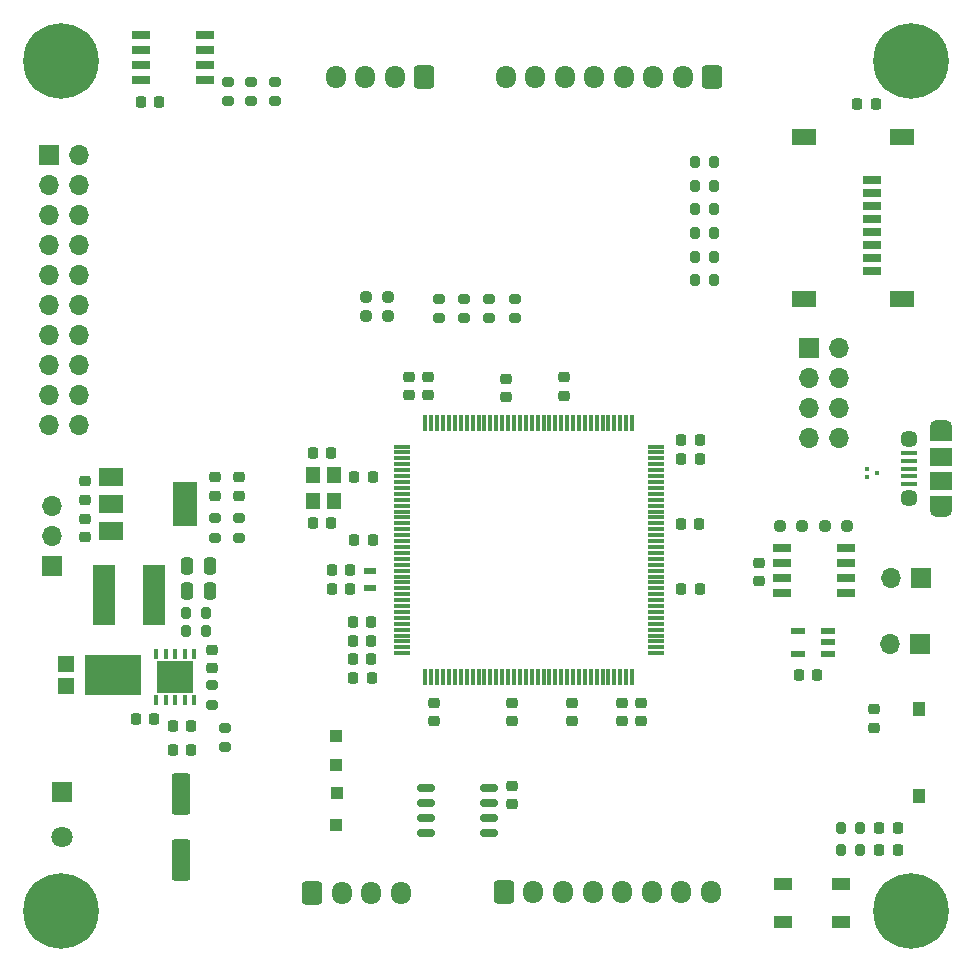
<source format=gbr>
%TF.GenerationSoftware,KiCad,Pcbnew,(6.0.0)*%
%TF.CreationDate,2022-01-20T18:10:17+07:00*%
%TF.ProjectId,CubeSat Thesis MCU V2,43756265-5361-4742-9054-686573697320,rev?*%
%TF.SameCoordinates,Original*%
%TF.FileFunction,Soldermask,Top*%
%TF.FilePolarity,Negative*%
%FSLAX46Y46*%
G04 Gerber Fmt 4.6, Leading zero omitted, Abs format (unit mm)*
G04 Created by KiCad (PCBNEW (6.0.0)) date 2022-01-20 18:10:17*
%MOMM*%
%LPD*%
G01*
G04 APERTURE LIST*
G04 Aperture macros list*
%AMRoundRect*
0 Rectangle with rounded corners*
0 $1 Rounding radius*
0 $2 $3 $4 $5 $6 $7 $8 $9 X,Y pos of 4 corners*
0 Add a 4 corners polygon primitive as box body*
4,1,4,$2,$3,$4,$5,$6,$7,$8,$9,$2,$3,0*
0 Add four circle primitives for the rounded corners*
1,1,$1+$1,$2,$3*
1,1,$1+$1,$4,$5*
1,1,$1+$1,$6,$7*
1,1,$1+$1,$8,$9*
0 Add four rect primitives between the rounded corners*
20,1,$1+$1,$2,$3,$4,$5,0*
20,1,$1+$1,$4,$5,$6,$7,0*
20,1,$1+$1,$6,$7,$8,$9,0*
20,1,$1+$1,$8,$9,$2,$3,0*%
G04 Aperture macros list end*
%ADD10RoundRect,0.225000X-0.225000X-0.250000X0.225000X-0.250000X0.225000X0.250000X-0.225000X0.250000X0*%
%ADD11R,1.200000X0.600000*%
%ADD12C,0.800000*%
%ADD13C,6.400000*%
%ADD14RoundRect,0.225000X-0.250000X0.225000X-0.250000X-0.225000X0.250000X-0.225000X0.250000X0.225000X0*%
%ADD15RoundRect,0.225000X0.225000X0.250000X-0.225000X0.250000X-0.225000X-0.250000X0.225000X-0.250000X0*%
%ADD16R,1.700000X1.700000*%
%ADD17O,1.700000X1.700000*%
%ADD18RoundRect,0.200000X-0.200000X-0.275000X0.200000X-0.275000X0.200000X0.275000X-0.200000X0.275000X0*%
%ADD19RoundRect,0.200000X-0.275000X0.200000X-0.275000X-0.200000X0.275000X-0.200000X0.275000X0.200000X0*%
%ADD20R,1.475000X0.300000*%
%ADD21R,0.300000X1.475000*%
%ADD22RoundRect,0.150000X-0.625000X-0.150000X0.625000X-0.150000X0.625000X0.150000X-0.625000X0.150000X0*%
%ADD23RoundRect,0.250000X-0.550000X1.500000X-0.550000X-1.500000X0.550000X-1.500000X0.550000X1.500000X0*%
%ADD24RoundRect,0.225000X0.250000X-0.225000X0.250000X0.225000X-0.250000X0.225000X-0.250000X-0.225000X0*%
%ADD25RoundRect,0.218750X-0.218750X-0.256250X0.218750X-0.256250X0.218750X0.256250X-0.218750X0.256250X0*%
%ADD26RoundRect,0.250000X-0.250000X-0.475000X0.250000X-0.475000X0.250000X0.475000X-0.250000X0.475000X0*%
%ADD27RoundRect,0.250000X-0.600000X-0.725000X0.600000X-0.725000X0.600000X0.725000X-0.600000X0.725000X0*%
%ADD28O,1.700000X1.950000*%
%ADD29RoundRect,0.200000X0.275000X-0.200000X0.275000X0.200000X-0.275000X0.200000X-0.275000X-0.200000X0*%
%ADD30R,1.100000X0.600000*%
%ADD31R,1.350000X0.400000*%
%ADD32R,1.900000X1.500000*%
%ADD33O,1.900000X1.200000*%
%ADD34C,1.450000*%
%ADD35R,1.900000X1.200000*%
%ADD36R,1.000000X1.000000*%
%ADD37R,1.400000X1.390000*%
%ADD38R,4.860000X3.360000*%
%ADD39R,1.528000X0.650000*%
%ADD40R,0.300000X0.300000*%
%ADD41RoundRect,0.218750X-0.256250X0.218750X-0.256250X-0.218750X0.256250X-0.218750X0.256250X0.218750X0*%
%ADD42R,0.350000X0.850000*%
%ADD43R,3.100000X2.700000*%
%ADD44RoundRect,0.237500X-0.250000X-0.237500X0.250000X-0.237500X0.250000X0.237500X-0.250000X0.237500X0*%
%ADD45R,1.800000X1.800000*%
%ADD46C,1.800000*%
%ADD47R,1.500000X0.800000*%
%ADD48R,2.000000X1.450000*%
%ADD49R,1.525000X0.650000*%
%ADD50RoundRect,0.237500X0.250000X0.237500X-0.250000X0.237500X-0.250000X-0.237500X0.250000X-0.237500X0*%
%ADD51R,1.000000X1.200000*%
%ADD52R,1.200000X1.400000*%
%ADD53RoundRect,0.250000X0.600000X0.725000X-0.600000X0.725000X-0.600000X-0.725000X0.600000X-0.725000X0*%
%ADD54RoundRect,0.218750X0.218750X0.256250X-0.218750X0.256250X-0.218750X-0.256250X0.218750X-0.256250X0*%
%ADD55R,1.900000X5.100000*%
%ADD56R,2.000000X1.500000*%
%ADD57R,2.000000X3.800000*%
%ADD58R,1.500000X1.000000*%
%ADD59RoundRect,0.200000X0.200000X0.275000X-0.200000X0.275000X-0.200000X-0.275000X0.200000X-0.275000X0*%
G04 APERTURE END LIST*
D10*
%TO.C,C10*%
X100350000Y-87225000D03*
X101900000Y-87225000D03*
%TD*%
D11*
%TO.C,U3*%
X143925000Y-104200000D03*
X143925000Y-103250000D03*
X143925000Y-102300000D03*
X141425000Y-102300000D03*
X141425000Y-104200000D03*
%TD*%
D12*
%TO.C,H2*%
X153400000Y-54000000D03*
X152697056Y-55697056D03*
X149302944Y-52302944D03*
X148600000Y-54000000D03*
X151000000Y-51600000D03*
X149302944Y-55697056D03*
X152697056Y-52302944D03*
X151000000Y-56400000D03*
D13*
X151000000Y-54000000D03*
%TD*%
D14*
%TO.C,C7*%
X91800000Y-103875000D03*
X91800000Y-105425000D03*
%TD*%
%TO.C,C28*%
X110600000Y-108350000D03*
X110600000Y-109900000D03*
%TD*%
D15*
%TO.C,C12*%
X103475000Y-97125000D03*
X101925000Y-97125000D03*
%TD*%
D16*
%TO.C,J12*%
X78000000Y-62000000D03*
D17*
X80540000Y-62000000D03*
X78000000Y-64540000D03*
X80540000Y-64540000D03*
X78000000Y-67080000D03*
X80540000Y-67080000D03*
X78000000Y-69620000D03*
X80540000Y-69620000D03*
X78000000Y-72160000D03*
X80540000Y-72160000D03*
X78000000Y-74700000D03*
X80540000Y-74700000D03*
X78000000Y-77240000D03*
X80540000Y-77240000D03*
X78000000Y-79780000D03*
X80540000Y-79780000D03*
X78000000Y-82320000D03*
X80540000Y-82320000D03*
X78000000Y-84860000D03*
X80540000Y-84860000D03*
%TD*%
D18*
%TO.C,R7*%
X145000000Y-119000000D03*
X146650000Y-119000000D03*
%TD*%
%TO.C,R23*%
X132675000Y-66600000D03*
X134325000Y-66600000D03*
%TD*%
D12*
%TO.C,H4*%
X148600000Y-126000000D03*
X149302944Y-124302944D03*
X151000000Y-123600000D03*
D13*
X151000000Y-126000000D03*
D12*
X153400000Y-126000000D03*
X152697056Y-127697056D03*
X149302944Y-127697056D03*
X152697056Y-124302944D03*
X151000000Y-128400000D03*
%TD*%
D19*
%TO.C,R14*%
X111000000Y-74175000D03*
X111000000Y-75825000D03*
%TD*%
D20*
%TO.C,IC2*%
X107862000Y-86675000D03*
X107862000Y-87175000D03*
X107862000Y-87675000D03*
X107862000Y-88175000D03*
X107862000Y-88675000D03*
X107862000Y-89175000D03*
X107862000Y-89675000D03*
X107862000Y-90175000D03*
X107862000Y-90675000D03*
X107862000Y-91175000D03*
X107862000Y-91675000D03*
X107862000Y-92175000D03*
X107862000Y-92675000D03*
X107862000Y-93175000D03*
X107862000Y-93675000D03*
X107862000Y-94175000D03*
X107862000Y-94675000D03*
X107862000Y-95175000D03*
X107862000Y-95675000D03*
X107862000Y-96175000D03*
X107862000Y-96675000D03*
X107862000Y-97175000D03*
X107862000Y-97675000D03*
X107862000Y-98175000D03*
X107862000Y-98675000D03*
X107862000Y-99175000D03*
X107862000Y-99675000D03*
X107862000Y-100175000D03*
X107862000Y-100675000D03*
X107862000Y-101175000D03*
X107862000Y-101675000D03*
X107862000Y-102175000D03*
X107862000Y-102675000D03*
X107862000Y-103175000D03*
X107862000Y-103675000D03*
X107862000Y-104175000D03*
D21*
X109850000Y-106163000D03*
X110350000Y-106163000D03*
X110850000Y-106163000D03*
X111350000Y-106163000D03*
X111850000Y-106163000D03*
X112350000Y-106163000D03*
X112850000Y-106163000D03*
X113350000Y-106163000D03*
X113850000Y-106163000D03*
X114350000Y-106163000D03*
X114850000Y-106163000D03*
X115350000Y-106163000D03*
X115850000Y-106163000D03*
X116350000Y-106163000D03*
X116850000Y-106163000D03*
X117350000Y-106163000D03*
X117850000Y-106163000D03*
X118350000Y-106163000D03*
X118850000Y-106163000D03*
X119350000Y-106163000D03*
X119850000Y-106163000D03*
X120350000Y-106163000D03*
X120850000Y-106163000D03*
X121350000Y-106163000D03*
X121850000Y-106163000D03*
X122350000Y-106163000D03*
X122850000Y-106163000D03*
X123350000Y-106163000D03*
X123850000Y-106163000D03*
X124350000Y-106163000D03*
X124850000Y-106163000D03*
X125350000Y-106163000D03*
X125850000Y-106163000D03*
X126350000Y-106163000D03*
X126850000Y-106163000D03*
X127350000Y-106163000D03*
D20*
X129338000Y-104175000D03*
X129338000Y-103675000D03*
X129338000Y-103175000D03*
X129338000Y-102675000D03*
X129338000Y-102175000D03*
X129338000Y-101675000D03*
X129338000Y-101175000D03*
X129338000Y-100675000D03*
X129338000Y-100175000D03*
X129338000Y-99675000D03*
X129338000Y-99175000D03*
X129338000Y-98675000D03*
X129338000Y-98175000D03*
X129338000Y-97675000D03*
X129338000Y-97175000D03*
X129338000Y-96675000D03*
X129338000Y-96175000D03*
X129338000Y-95675000D03*
X129338000Y-95175000D03*
X129338000Y-94675000D03*
X129338000Y-94175000D03*
X129338000Y-93675000D03*
X129338000Y-93175000D03*
X129338000Y-92675000D03*
X129338000Y-92175000D03*
X129338000Y-91675000D03*
X129338000Y-91175000D03*
X129338000Y-90675000D03*
X129338000Y-90175000D03*
X129338000Y-89675000D03*
X129338000Y-89175000D03*
X129338000Y-88675000D03*
X129338000Y-88175000D03*
X129338000Y-87675000D03*
X129338000Y-87175000D03*
X129338000Y-86675000D03*
D21*
X127350000Y-84687000D03*
X126850000Y-84687000D03*
X126350000Y-84687000D03*
X125850000Y-84687000D03*
X125350000Y-84687000D03*
X124850000Y-84687000D03*
X124350000Y-84687000D03*
X123850000Y-84687000D03*
X123350000Y-84687000D03*
X122850000Y-84687000D03*
X122350000Y-84687000D03*
X121850000Y-84687000D03*
X121350000Y-84687000D03*
X120850000Y-84687000D03*
X120350000Y-84687000D03*
X119850000Y-84687000D03*
X119350000Y-84687000D03*
X118850000Y-84687000D03*
X118350000Y-84687000D03*
X117850000Y-84687000D03*
X117350000Y-84687000D03*
X116850000Y-84687000D03*
X116350000Y-84687000D03*
X115850000Y-84687000D03*
X115350000Y-84687000D03*
X114850000Y-84687000D03*
X114350000Y-84687000D03*
X113850000Y-84687000D03*
X113350000Y-84687000D03*
X112850000Y-84687000D03*
X112350000Y-84687000D03*
X111850000Y-84687000D03*
X111350000Y-84687000D03*
X110850000Y-84687000D03*
X110350000Y-84687000D03*
X109850000Y-84687000D03*
%TD*%
D22*
%TO.C,U4*%
X109925000Y-115595000D03*
X109925000Y-116865000D03*
X109925000Y-118135000D03*
X109925000Y-119405000D03*
X115275000Y-119405000D03*
X115275000Y-118135000D03*
X115275000Y-116865000D03*
X115275000Y-115595000D03*
%TD*%
D23*
%TO.C,C1*%
X89200000Y-116100000D03*
X89200000Y-121700000D03*
%TD*%
D14*
%TO.C,C32*%
X147800000Y-108925000D03*
X147800000Y-110475000D03*
%TD*%
D24*
%TO.C,C18*%
X116650000Y-82500000D03*
X116650000Y-80950000D03*
%TD*%
D25*
%TO.C,L2*%
X103712500Y-106300000D03*
X105287500Y-106300000D03*
%TD*%
D26*
%TO.C,C8*%
X89700000Y-96763500D03*
X91600000Y-96763500D03*
%TD*%
D10*
%TO.C,C3*%
X88475000Y-112350000D03*
X90025000Y-112350000D03*
%TD*%
D27*
%TO.C,J8*%
X116500000Y-124400000D03*
D28*
X119000000Y-124400000D03*
X121500000Y-124400000D03*
X124000000Y-124400000D03*
X126500000Y-124400000D03*
X129000000Y-124400000D03*
X131500000Y-124400000D03*
X134000000Y-124400000D03*
%TD*%
D15*
%TO.C,C11*%
X101900000Y-93125000D03*
X100350000Y-93125000D03*
%TD*%
D19*
%TO.C,R9*%
X93100000Y-55775000D03*
X93100000Y-57425000D03*
%TD*%
D29*
%TO.C,R19*%
X97100000Y-57425000D03*
X97100000Y-55775000D03*
%TD*%
D24*
%TO.C,C20*%
X121600000Y-82375000D03*
X121600000Y-80825000D03*
%TD*%
D30*
%TO.C,Y2*%
X105200000Y-98625000D03*
X105200000Y-97225000D03*
%TD*%
D24*
%TO.C,C16*%
X108500000Y-82350000D03*
X108500000Y-80800000D03*
%TD*%
D15*
%TO.C,C31*%
X105375000Y-89225000D03*
X103825000Y-89225000D03*
%TD*%
D24*
%TO.C,C17*%
X110100000Y-82350000D03*
X110100000Y-80800000D03*
%TD*%
D16*
%TO.C,J1*%
X78207000Y-96759000D03*
D17*
X78207000Y-94219000D03*
X78207000Y-91679000D03*
%TD*%
D13*
%TO.C,H1*%
X79000000Y-54000000D03*
D12*
X79000000Y-51600000D03*
X81400000Y-54000000D03*
X77302944Y-55697056D03*
X80697056Y-52302944D03*
X76600000Y-54000000D03*
X79000000Y-56400000D03*
X77302944Y-52302944D03*
X80697056Y-55697056D03*
%TD*%
D10*
%TO.C,C27*%
X141450000Y-106000000D03*
X143000000Y-106000000D03*
%TD*%
%TO.C,C36*%
X85775000Y-57475000D03*
X87325000Y-57475000D03*
%TD*%
D31*
%TO.C,J3*%
X150800000Y-89850000D03*
X150800000Y-89200000D03*
X150800000Y-88550000D03*
X150800000Y-87900000D03*
X150800000Y-87250000D03*
D32*
X153500000Y-87550000D03*
D33*
X153500000Y-85050000D03*
X153500000Y-92050000D03*
D32*
X153500000Y-89550000D03*
D34*
X150800000Y-91050000D03*
D35*
X153500000Y-85650000D03*
D34*
X150800000Y-86050000D03*
D35*
X153500000Y-91450000D03*
%TD*%
D18*
%TO.C,R6*%
X89588500Y-102317500D03*
X91238500Y-102317500D03*
%TD*%
D36*
%TO.C,TP1*%
X102300000Y-113600000D03*
%TD*%
D18*
%TO.C,R22*%
X132675000Y-68600000D03*
X134325000Y-68600000D03*
%TD*%
%TO.C,R12*%
X145000000Y-120800000D03*
X146650000Y-120800000D03*
%TD*%
D15*
%TO.C,C29*%
X105275000Y-101500000D03*
X103725000Y-101500000D03*
%TD*%
D37*
%TO.C,D3*%
X79448000Y-106920000D03*
X79448000Y-105080000D03*
D38*
X83430000Y-106000000D03*
%TD*%
D10*
%TO.C,C23*%
X131525000Y-98725000D03*
X133075000Y-98725000D03*
%TD*%
D39*
%TO.C,IC4*%
X91211000Y-55655000D03*
X91211000Y-54385000D03*
X91211000Y-53115000D03*
X91211000Y-51845000D03*
X85789000Y-51845000D03*
X85789000Y-53115000D03*
X85789000Y-54385000D03*
X85789000Y-55655000D03*
%TD*%
D15*
%TO.C,C5*%
X86888500Y-109717500D03*
X85338500Y-109717500D03*
%TD*%
D19*
%TO.C,R13*%
X113133333Y-74175000D03*
X113133333Y-75825000D03*
%TD*%
D40*
%TO.C,U2*%
X147202500Y-88575000D03*
X147202500Y-89275000D03*
X148052500Y-88925000D03*
%TD*%
D26*
%TO.C,C9*%
X89700000Y-98863500D03*
X91600000Y-98863500D03*
%TD*%
D10*
%TO.C,C21*%
X131525000Y-86150000D03*
X133075000Y-86150000D03*
%TD*%
%TO.C,C15*%
X131525000Y-87750000D03*
X133075000Y-87750000D03*
%TD*%
D14*
%TO.C,C14*%
X126500000Y-108350000D03*
X126500000Y-109900000D03*
%TD*%
D27*
%TO.C,J5*%
X100250000Y-124475000D03*
D28*
X102750000Y-124475000D03*
X105250000Y-124475000D03*
X107750000Y-124475000D03*
%TD*%
D41*
%TO.C,D1*%
X92050000Y-89287500D03*
X92050000Y-90862500D03*
%TD*%
D15*
%TO.C,C30*%
X105375000Y-94625000D03*
X103825000Y-94625000D03*
%TD*%
D36*
%TO.C,TP4*%
X102400000Y-116000000D03*
%TD*%
D16*
%TO.C,J7*%
X151775000Y-97800000D03*
D17*
X149235000Y-97800000D03*
%TD*%
D14*
%TO.C,C19*%
X138125000Y-96525000D03*
X138125000Y-98075000D03*
%TD*%
%TO.C,C35*%
X117180000Y-115425000D03*
X117180000Y-116975000D03*
%TD*%
D16*
%TO.C,J10*%
X142325000Y-78300000D03*
D17*
X144865000Y-78300000D03*
X142325000Y-80840000D03*
X144865000Y-80840000D03*
X142325000Y-83380000D03*
X144865000Y-83380000D03*
X142325000Y-85920000D03*
X144865000Y-85920000D03*
%TD*%
D42*
%TO.C,IC1*%
X87063500Y-108117500D03*
X87863500Y-108117500D03*
X88663500Y-108117500D03*
X89463500Y-108117500D03*
X90263500Y-108117500D03*
X90263500Y-104217500D03*
X89463500Y-104217500D03*
X88663500Y-104217500D03*
X87863500Y-104217500D03*
X87063500Y-104217500D03*
D43*
X88663500Y-106167500D03*
%TD*%
D44*
%TO.C,R18*%
X143712500Y-93400000D03*
X145537500Y-93400000D03*
%TD*%
D45*
%TO.C,J2*%
X79085953Y-115895000D03*
D46*
X79085953Y-119705000D03*
%TD*%
D18*
%TO.C,R25*%
X132675000Y-72600000D03*
X134325000Y-72600000D03*
%TD*%
D47*
%TO.C,J11*%
X147625000Y-64095000D03*
X147625000Y-65195000D03*
X147625000Y-66295000D03*
X147625000Y-67395000D03*
X147625000Y-68495000D03*
X147625000Y-69595000D03*
X147625000Y-70695000D03*
X147625000Y-71795000D03*
D48*
X150225000Y-60425000D03*
X141925000Y-60425000D03*
X141925000Y-74175000D03*
X150225000Y-74175000D03*
%TD*%
D36*
%TO.C,TP2*%
X102300000Y-111200000D03*
%TD*%
D14*
%TO.C,C24*%
X128100000Y-108350000D03*
X128100000Y-109900000D03*
%TD*%
D10*
%TO.C,C22*%
X131500000Y-93225000D03*
X133050000Y-93225000D03*
%TD*%
D18*
%TO.C,R24*%
X132675000Y-70600000D03*
X134325000Y-70600000D03*
%TD*%
%TO.C,R21*%
X132675000Y-64600000D03*
X134325000Y-64600000D03*
%TD*%
D49*
%TO.C,IC3*%
X140013000Y-95295000D03*
X140013000Y-96565000D03*
X140013000Y-97835000D03*
X140013000Y-99105000D03*
X145437000Y-99105000D03*
X145437000Y-97835000D03*
X145437000Y-96565000D03*
X145437000Y-95295000D03*
%TD*%
D24*
%TO.C,C6*%
X81000000Y-91163500D03*
X81000000Y-89613500D03*
%TD*%
D16*
%TO.C,J4*%
X151700000Y-103350000D03*
D17*
X149160000Y-103350000D03*
%TD*%
D19*
%TO.C,R8*%
X95100000Y-55775000D03*
X95100000Y-57425000D03*
%TD*%
D41*
%TO.C,D2*%
X94050000Y-89287500D03*
X94050000Y-90862500D03*
%TD*%
D50*
%TO.C,R17*%
X141737500Y-93400000D03*
X139912500Y-93400000D03*
%TD*%
D29*
%TO.C,R2*%
X94050000Y-94400000D03*
X94050000Y-92750000D03*
%TD*%
D51*
%TO.C,S1*%
X151600000Y-108900000D03*
X151600000Y-116300000D03*
%TD*%
D15*
%TO.C,C34*%
X105275000Y-104700000D03*
X103725000Y-104700000D03*
%TD*%
D52*
%TO.C,Y1*%
X100375000Y-89075000D03*
X100375000Y-91275000D03*
X102075000Y-91275000D03*
X102075000Y-89075000D03*
%TD*%
D24*
%TO.C,C4*%
X81000000Y-94338500D03*
X81000000Y-92788500D03*
%TD*%
D15*
%TO.C,C13*%
X103475000Y-98725000D03*
X101925000Y-98725000D03*
%TD*%
D53*
%TO.C,J9*%
X134150000Y-55350000D03*
D28*
X131650000Y-55350000D03*
X129150000Y-55350000D03*
X126650000Y-55350000D03*
X124150000Y-55350000D03*
X121650000Y-55350000D03*
X119150000Y-55350000D03*
X116650000Y-55350000D03*
%TD*%
D12*
%TO.C,H3*%
X77302944Y-124302944D03*
D13*
X79000000Y-126000000D03*
D12*
X80697056Y-124302944D03*
X77302944Y-127697056D03*
X76600000Y-126000000D03*
X81400000Y-126000000D03*
X79000000Y-128400000D03*
X79000000Y-123600000D03*
X80697056Y-127697056D03*
%TD*%
D54*
%TO.C,D5*%
X149850000Y-120800000D03*
X148275000Y-120800000D03*
%TD*%
D15*
%TO.C,C33*%
X105275000Y-103100000D03*
X103725000Y-103100000D03*
%TD*%
D19*
%TO.C,R16*%
X115266666Y-74175000D03*
X115266666Y-75825000D03*
%TD*%
D14*
%TO.C,C25*%
X122300000Y-108350000D03*
X122300000Y-109900000D03*
%TD*%
D19*
%TO.C,R3*%
X92900000Y-110475000D03*
X92900000Y-112125000D03*
%TD*%
D55*
%TO.C,L1*%
X82650000Y-99263500D03*
X86850000Y-99263500D03*
%TD*%
D10*
%TO.C,C2*%
X88475000Y-110300000D03*
X90025000Y-110300000D03*
%TD*%
D53*
%TO.C,J6*%
X109750000Y-55350000D03*
D28*
X107250000Y-55350000D03*
X104750000Y-55350000D03*
X102250000Y-55350000D03*
%TD*%
D54*
%TO.C,D4*%
X149850000Y-119000000D03*
X148275000Y-119000000D03*
%TD*%
D19*
%TO.C,R15*%
X117400000Y-74175000D03*
X117400000Y-75825000D03*
%TD*%
D56*
%TO.C,U1*%
X83200000Y-89238500D03*
D57*
X89500000Y-91538500D03*
D56*
X83200000Y-91538500D03*
X83200000Y-93838500D03*
%TD*%
D58*
%TO.C,D6*%
X145000000Y-126900000D03*
X145000000Y-123700000D03*
X140100000Y-123700000D03*
X140100000Y-126900000D03*
%TD*%
D29*
%TO.C,R1*%
X92050000Y-94400000D03*
X92050000Y-92750000D03*
%TD*%
D36*
%TO.C,TP3*%
X102300000Y-118700000D03*
%TD*%
D18*
%TO.C,R20*%
X132675000Y-62600000D03*
X134325000Y-62600000D03*
%TD*%
D14*
%TO.C,C26*%
X117200000Y-108350000D03*
X117200000Y-109900000D03*
%TD*%
D59*
%TO.C,R5*%
X91238500Y-100767500D03*
X89588500Y-100767500D03*
%TD*%
D29*
%TO.C,R4*%
X91800000Y-108525000D03*
X91800000Y-106875000D03*
%TD*%
D50*
%TO.C,R11*%
X106662500Y-74050000D03*
X104837500Y-74050000D03*
%TD*%
D15*
%TO.C,C37*%
X147975000Y-57700000D03*
X146425000Y-57700000D03*
%TD*%
D44*
%TO.C,R10*%
X104837500Y-75650000D03*
X106662500Y-75650000D03*
%TD*%
M02*

</source>
